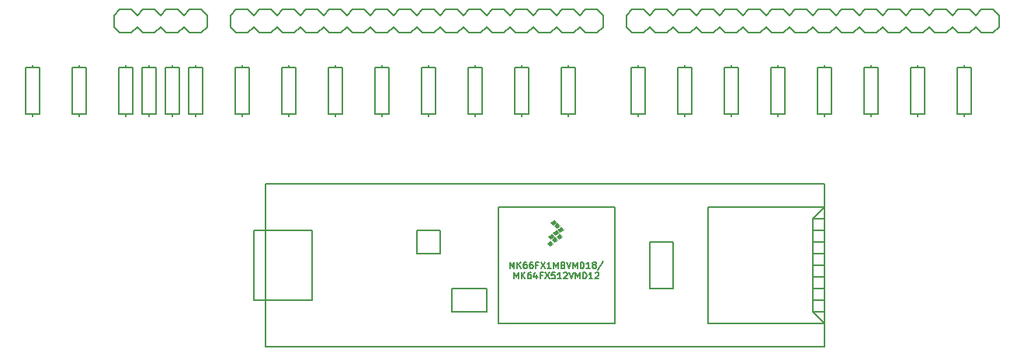
<source format=gbr>
G04 #@! TF.GenerationSoftware,KiCad,Pcbnew,(5.99.0-2302-g1dc804232)*
G04 #@! TF.CreationDate,2020-07-19T09:54:59-07:00*
G04 #@! TF.ProjectId,teensy,7465656e-7379-42e6-9b69-6361645f7063,rev?*
G04 #@! TF.SameCoordinates,Original*
G04 #@! TF.FileFunction,Legend,Top*
G04 #@! TF.FilePolarity,Positive*
%FSLAX46Y46*%
G04 Gerber Fmt 4.6, Leading zero omitted, Abs format (unit mm)*
G04 Created by KiCad (PCBNEW (5.99.0-2302-g1dc804232)) date 2020-07-19 09:54:59*
%MOMM*%
%LPD*%
G01*
G04 APERTURE LIST*
%ADD10C,0.150000*%
%ADD11C,0.203200*%
%ADD12C,0.100000*%
G04 APERTURE END LIST*
D10*
X150340000Y-118299666D02*
X150340000Y-117599666D01*
X150573333Y-118099666D01*
X150806666Y-117599666D01*
X150806666Y-118299666D01*
X151140000Y-118299666D02*
X151140000Y-117599666D01*
X151540000Y-118299666D02*
X151240000Y-117899666D01*
X151540000Y-117599666D02*
X151140000Y-117999666D01*
X152140000Y-117599666D02*
X152006666Y-117599666D01*
X151940000Y-117633000D01*
X151906666Y-117666333D01*
X151840000Y-117766333D01*
X151806666Y-117899666D01*
X151806666Y-118166333D01*
X151840000Y-118233000D01*
X151873333Y-118266333D01*
X151940000Y-118299666D01*
X152073333Y-118299666D01*
X152140000Y-118266333D01*
X152173333Y-118233000D01*
X152206666Y-118166333D01*
X152206666Y-117999666D01*
X152173333Y-117933000D01*
X152140000Y-117899666D01*
X152073333Y-117866333D01*
X151940000Y-117866333D01*
X151873333Y-117899666D01*
X151840000Y-117933000D01*
X151806666Y-117999666D01*
X152806666Y-117833000D02*
X152806666Y-118299666D01*
X152640000Y-117566333D02*
X152473333Y-118066333D01*
X152906666Y-118066333D01*
X153406666Y-117933000D02*
X153173333Y-117933000D01*
X153173333Y-118299666D02*
X153173333Y-117599666D01*
X153506666Y-117599666D01*
X153706666Y-117599666D02*
X154173333Y-118299666D01*
X154173333Y-117599666D02*
X153706666Y-118299666D01*
X154773333Y-117599666D02*
X154440000Y-117599666D01*
X154406666Y-117933000D01*
X154440000Y-117899666D01*
X154506666Y-117866333D01*
X154673333Y-117866333D01*
X154740000Y-117899666D01*
X154773333Y-117933000D01*
X154806666Y-117999666D01*
X154806666Y-118166333D01*
X154773333Y-118233000D01*
X154740000Y-118266333D01*
X154673333Y-118299666D01*
X154506666Y-118299666D01*
X154440000Y-118266333D01*
X154406666Y-118233000D01*
X155473333Y-118299666D02*
X155073333Y-118299666D01*
X155273333Y-118299666D02*
X155273333Y-117599666D01*
X155206666Y-117699666D01*
X155140000Y-117766333D01*
X155073333Y-117799666D01*
X155740000Y-117666333D02*
X155773333Y-117633000D01*
X155840000Y-117599666D01*
X156006666Y-117599666D01*
X156073333Y-117633000D01*
X156106666Y-117666333D01*
X156140000Y-117733000D01*
X156140000Y-117799666D01*
X156106666Y-117899666D01*
X155706666Y-118299666D01*
X156140000Y-118299666D01*
X156340000Y-117599666D02*
X156573333Y-118299666D01*
X156806666Y-117599666D01*
X157040000Y-118299666D02*
X157040000Y-117599666D01*
X157273333Y-118099666D01*
X157506666Y-117599666D01*
X157506666Y-118299666D01*
X157840000Y-118299666D02*
X157840000Y-117599666D01*
X158006666Y-117599666D01*
X158106666Y-117633000D01*
X158173333Y-117699666D01*
X158206666Y-117766333D01*
X158240000Y-117899666D01*
X158240000Y-117999666D01*
X158206666Y-118133000D01*
X158173333Y-118199666D01*
X158106666Y-118266333D01*
X158006666Y-118299666D01*
X157840000Y-118299666D01*
X158906666Y-118299666D02*
X158506666Y-118299666D01*
X158706666Y-118299666D02*
X158706666Y-117599666D01*
X158640000Y-117699666D01*
X158573333Y-117766333D01*
X158506666Y-117799666D01*
X159173333Y-117666333D02*
X159206666Y-117633000D01*
X159273333Y-117599666D01*
X159440000Y-117599666D01*
X159506666Y-117633000D01*
X159540000Y-117666333D01*
X159573333Y-117733000D01*
X159573333Y-117799666D01*
X159540000Y-117899666D01*
X159140000Y-118299666D01*
X159573333Y-118299666D01*
X149890000Y-117156666D02*
X149890000Y-116456666D01*
X150123333Y-116956666D01*
X150356666Y-116456666D01*
X150356666Y-117156666D01*
X150690000Y-117156666D02*
X150690000Y-116456666D01*
X151090000Y-117156666D02*
X150790000Y-116756666D01*
X151090000Y-116456666D02*
X150690000Y-116856666D01*
X151690000Y-116456666D02*
X151556666Y-116456666D01*
X151490000Y-116490000D01*
X151456666Y-116523333D01*
X151390000Y-116623333D01*
X151356666Y-116756666D01*
X151356666Y-117023333D01*
X151390000Y-117090000D01*
X151423333Y-117123333D01*
X151490000Y-117156666D01*
X151623333Y-117156666D01*
X151690000Y-117123333D01*
X151723333Y-117090000D01*
X151756666Y-117023333D01*
X151756666Y-116856666D01*
X151723333Y-116790000D01*
X151690000Y-116756666D01*
X151623333Y-116723333D01*
X151490000Y-116723333D01*
X151423333Y-116756666D01*
X151390000Y-116790000D01*
X151356666Y-116856666D01*
X152356666Y-116456666D02*
X152223333Y-116456666D01*
X152156666Y-116490000D01*
X152123333Y-116523333D01*
X152056666Y-116623333D01*
X152023333Y-116756666D01*
X152023333Y-117023333D01*
X152056666Y-117090000D01*
X152090000Y-117123333D01*
X152156666Y-117156666D01*
X152290000Y-117156666D01*
X152356666Y-117123333D01*
X152390000Y-117090000D01*
X152423333Y-117023333D01*
X152423333Y-116856666D01*
X152390000Y-116790000D01*
X152356666Y-116756666D01*
X152290000Y-116723333D01*
X152156666Y-116723333D01*
X152090000Y-116756666D01*
X152056666Y-116790000D01*
X152023333Y-116856666D01*
X152956666Y-116790000D02*
X152723333Y-116790000D01*
X152723333Y-117156666D02*
X152723333Y-116456666D01*
X153056666Y-116456666D01*
X153256666Y-116456666D02*
X153723333Y-117156666D01*
X153723333Y-116456666D02*
X153256666Y-117156666D01*
X154356666Y-117156666D02*
X153956666Y-117156666D01*
X154156666Y-117156666D02*
X154156666Y-116456666D01*
X154090000Y-116556666D01*
X154023333Y-116623333D01*
X153956666Y-116656666D01*
X154656666Y-117156666D02*
X154656666Y-116456666D01*
X154890000Y-116956666D01*
X155123333Y-116456666D01*
X155123333Y-117156666D01*
X155690000Y-116790000D02*
X155790000Y-116823333D01*
X155823333Y-116856666D01*
X155856666Y-116923333D01*
X155856666Y-117023333D01*
X155823333Y-117090000D01*
X155790000Y-117123333D01*
X155723333Y-117156666D01*
X155456666Y-117156666D01*
X155456666Y-116456666D01*
X155690000Y-116456666D01*
X155756666Y-116490000D01*
X155790000Y-116523333D01*
X155823333Y-116590000D01*
X155823333Y-116656666D01*
X155790000Y-116723333D01*
X155756666Y-116756666D01*
X155690000Y-116790000D01*
X155456666Y-116790000D01*
X156056666Y-116456666D02*
X156290000Y-117156666D01*
X156523333Y-116456666D01*
X156756666Y-117156666D02*
X156756666Y-116456666D01*
X156990000Y-116956666D01*
X157223333Y-116456666D01*
X157223333Y-117156666D01*
X157556666Y-117156666D02*
X157556666Y-116456666D01*
X157723333Y-116456666D01*
X157823333Y-116490000D01*
X157890000Y-116556666D01*
X157923333Y-116623333D01*
X157956666Y-116756666D01*
X157956666Y-116856666D01*
X157923333Y-116990000D01*
X157890000Y-117056666D01*
X157823333Y-117123333D01*
X157723333Y-117156666D01*
X157556666Y-117156666D01*
X158623333Y-117156666D02*
X158223333Y-117156666D01*
X158423333Y-117156666D02*
X158423333Y-116456666D01*
X158356666Y-116556666D01*
X158290000Y-116623333D01*
X158223333Y-116656666D01*
X159023333Y-116756666D02*
X158956666Y-116723333D01*
X158923333Y-116690000D01*
X158890000Y-116623333D01*
X158890000Y-116590000D01*
X158923333Y-116523333D01*
X158956666Y-116490000D01*
X159023333Y-116456666D01*
X159156666Y-116456666D01*
X159223333Y-116490000D01*
X159256666Y-116523333D01*
X159290000Y-116590000D01*
X159290000Y-116623333D01*
X159256666Y-116690000D01*
X159223333Y-116723333D01*
X159156666Y-116756666D01*
X159023333Y-116756666D01*
X158956666Y-116790000D01*
X158923333Y-116823333D01*
X158890000Y-116890000D01*
X158890000Y-117023333D01*
X158923333Y-117090000D01*
X158956666Y-117123333D01*
X159023333Y-117156666D01*
X159156666Y-117156666D01*
X159223333Y-117123333D01*
X159256666Y-117090000D01*
X159290000Y-117023333D01*
X159290000Y-116890000D01*
X159256666Y-116823333D01*
X159223333Y-116790000D01*
X159156666Y-116756666D01*
X160090000Y-116423333D02*
X159490000Y-117323333D01*
D11*
X107950000Y-100330000D02*
X107950000Y-100584000D01*
X107950000Y-95250000D02*
X107950000Y-94996000D01*
X107950000Y-100330000D02*
X107188000Y-100330000D01*
X108712000Y-100330000D02*
X107950000Y-100330000D01*
X108712000Y-95250000D02*
X108712000Y-100330000D01*
X107950000Y-95250000D02*
X108712000Y-95250000D01*
X107188000Y-95250000D02*
X107950000Y-95250000D01*
X107188000Y-100330000D02*
X107188000Y-95250000D01*
X110490000Y-95250000D02*
X110490000Y-94996000D01*
X110490000Y-100330000D02*
X110490000Y-100584000D01*
X110490000Y-95250000D02*
X111252000Y-95250000D01*
X109728000Y-95250000D02*
X110490000Y-95250000D01*
X109728000Y-100330000D02*
X109728000Y-95250000D01*
X110490000Y-100330000D02*
X109728000Y-100330000D01*
X111252000Y-100330000D02*
X110490000Y-100330000D01*
X111252000Y-95250000D02*
X111252000Y-100330000D01*
X115570000Y-100330000D02*
X115570000Y-100584000D01*
X115570000Y-95250000D02*
X115570000Y-94996000D01*
X115570000Y-100330000D02*
X114808000Y-100330000D01*
X116332000Y-100330000D02*
X115570000Y-100330000D01*
X116332000Y-95250000D02*
X116332000Y-100330000D01*
X115570000Y-95250000D02*
X116332000Y-95250000D01*
X114808000Y-95250000D02*
X115570000Y-95250000D01*
X114808000Y-100330000D02*
X114808000Y-95250000D01*
X113030000Y-95250000D02*
X113030000Y-94996000D01*
X113030000Y-100330000D02*
X113030000Y-100584000D01*
X113030000Y-95250000D02*
X113792000Y-95250000D01*
X112268000Y-95250000D02*
X113030000Y-95250000D01*
X112268000Y-100330000D02*
X112268000Y-95250000D01*
X113030000Y-100330000D02*
X112268000Y-100330000D01*
X113792000Y-100330000D02*
X113030000Y-100330000D01*
X113792000Y-95250000D02*
X113792000Y-100330000D01*
X116840000Y-89535000D02*
X116840000Y-90805000D01*
X108585000Y-91440000D02*
X107315000Y-91440000D01*
X106680000Y-90805000D02*
X107315000Y-91440000D01*
X107315000Y-88900000D02*
X106680000Y-89535000D01*
X106680000Y-89535000D02*
X106680000Y-90805000D01*
X109855000Y-91440000D02*
X109220000Y-90805000D01*
X111125000Y-91440000D02*
X109855000Y-91440000D01*
X111760000Y-90805000D02*
X111125000Y-91440000D01*
X111125000Y-88900000D02*
X111760000Y-89535000D01*
X109855000Y-88900000D02*
X111125000Y-88900000D01*
X109220000Y-89535000D02*
X109855000Y-88900000D01*
X109220000Y-90805000D02*
X108585000Y-91440000D01*
X108585000Y-88900000D02*
X109220000Y-89535000D01*
X107315000Y-88900000D02*
X108585000Y-88900000D01*
X116205000Y-91440000D02*
X114935000Y-91440000D01*
X114300000Y-90805000D02*
X114935000Y-91440000D01*
X114935000Y-88900000D02*
X114300000Y-89535000D01*
X112395000Y-91440000D02*
X111760000Y-90805000D01*
X113665000Y-91440000D02*
X112395000Y-91440000D01*
X114300000Y-90805000D02*
X113665000Y-91440000D01*
X113665000Y-88900000D02*
X114300000Y-89535000D01*
X112395000Y-88900000D02*
X113665000Y-88900000D01*
X111760000Y-89535000D02*
X112395000Y-88900000D01*
X116840000Y-90805000D02*
X116205000Y-91440000D01*
X116205000Y-88900000D02*
X116840000Y-89535000D01*
X114935000Y-88900000D02*
X116205000Y-88900000D01*
X102870000Y-95250000D02*
X102870000Y-94996000D01*
X102870000Y-100330000D02*
X102870000Y-100584000D01*
X102870000Y-95250000D02*
X103632000Y-95250000D01*
X102108000Y-95250000D02*
X102870000Y-95250000D01*
X102108000Y-100330000D02*
X102108000Y-95250000D01*
X102870000Y-100330000D02*
X102108000Y-100330000D01*
X103632000Y-100330000D02*
X102870000Y-100330000D01*
X103632000Y-95250000D02*
X103632000Y-100330000D01*
X97790000Y-100330000D02*
X97790000Y-100584000D01*
X97790000Y-95250000D02*
X97790000Y-94996000D01*
X97790000Y-100330000D02*
X97028000Y-100330000D01*
X98552000Y-100330000D02*
X97790000Y-100330000D01*
X98552000Y-95250000D02*
X98552000Y-100330000D01*
X97790000Y-95250000D02*
X98552000Y-95250000D01*
X97028000Y-95250000D02*
X97790000Y-95250000D01*
X97028000Y-100330000D02*
X97028000Y-95250000D01*
X156210000Y-95250000D02*
X156210000Y-94996000D01*
X156210000Y-100330000D02*
X156210000Y-100584000D01*
X156210000Y-95250000D02*
X156972000Y-95250000D01*
X155448000Y-95250000D02*
X156210000Y-95250000D01*
X155448000Y-100330000D02*
X155448000Y-95250000D01*
X156210000Y-100330000D02*
X155448000Y-100330000D01*
X156972000Y-100330000D02*
X156210000Y-100330000D01*
X156972000Y-95250000D02*
X156972000Y-100330000D01*
X146050000Y-95250000D02*
X146050000Y-94996000D01*
X146050000Y-100330000D02*
X146050000Y-100584000D01*
X146050000Y-95250000D02*
X146812000Y-95250000D01*
X145288000Y-95250000D02*
X146050000Y-95250000D01*
X145288000Y-100330000D02*
X145288000Y-95250000D01*
X146050000Y-100330000D02*
X145288000Y-100330000D01*
X146812000Y-100330000D02*
X146050000Y-100330000D01*
X146812000Y-95250000D02*
X146812000Y-100330000D01*
X135890000Y-95250000D02*
X135890000Y-94996000D01*
X135890000Y-100330000D02*
X135890000Y-100584000D01*
X135890000Y-95250000D02*
X136652000Y-95250000D01*
X135128000Y-95250000D02*
X135890000Y-95250000D01*
X135128000Y-100330000D02*
X135128000Y-95250000D01*
X135890000Y-100330000D02*
X135128000Y-100330000D01*
X136652000Y-100330000D02*
X135890000Y-100330000D01*
X136652000Y-95250000D02*
X136652000Y-100330000D01*
X125730000Y-95250000D02*
X125730000Y-94996000D01*
X125730000Y-100330000D02*
X125730000Y-100584000D01*
X125730000Y-95250000D02*
X126492000Y-95250000D01*
X124968000Y-95250000D02*
X125730000Y-95250000D01*
X124968000Y-100330000D02*
X124968000Y-95250000D01*
X125730000Y-100330000D02*
X124968000Y-100330000D01*
X126492000Y-100330000D02*
X125730000Y-100330000D01*
X126492000Y-95250000D02*
X126492000Y-100330000D01*
X199390000Y-95250000D02*
X199390000Y-94996000D01*
X199390000Y-100330000D02*
X199390000Y-100584000D01*
X199390000Y-95250000D02*
X200152000Y-95250000D01*
X198628000Y-95250000D02*
X199390000Y-95250000D01*
X198628000Y-100330000D02*
X198628000Y-95250000D01*
X199390000Y-100330000D02*
X198628000Y-100330000D01*
X200152000Y-100330000D02*
X199390000Y-100330000D01*
X200152000Y-95250000D02*
X200152000Y-100330000D01*
X189230000Y-95250000D02*
X189230000Y-94996000D01*
X189230000Y-100330000D02*
X189230000Y-100584000D01*
X189230000Y-95250000D02*
X189992000Y-95250000D01*
X188468000Y-95250000D02*
X189230000Y-95250000D01*
X188468000Y-100330000D02*
X188468000Y-95250000D01*
X189230000Y-100330000D02*
X188468000Y-100330000D01*
X189992000Y-100330000D02*
X189230000Y-100330000D01*
X189992000Y-95250000D02*
X189992000Y-100330000D01*
X179070000Y-95250000D02*
X179070000Y-94996000D01*
X179070000Y-100330000D02*
X179070000Y-100584000D01*
X179070000Y-95250000D02*
X179832000Y-95250000D01*
X178308000Y-95250000D02*
X179070000Y-95250000D01*
X178308000Y-100330000D02*
X178308000Y-95250000D01*
X179070000Y-100330000D02*
X178308000Y-100330000D01*
X179832000Y-100330000D02*
X179070000Y-100330000D01*
X179832000Y-95250000D02*
X179832000Y-100330000D01*
X168910000Y-95250000D02*
X168910000Y-94996000D01*
X168910000Y-100330000D02*
X168910000Y-100584000D01*
X168910000Y-95250000D02*
X169672000Y-95250000D01*
X168148000Y-95250000D02*
X168910000Y-95250000D01*
X168148000Y-100330000D02*
X168148000Y-95250000D01*
X168910000Y-100330000D02*
X168148000Y-100330000D01*
X169672000Y-100330000D02*
X168910000Y-100330000D01*
X169672000Y-95250000D02*
X169672000Y-100330000D01*
X151130000Y-95250000D02*
X151130000Y-94996000D01*
X151130000Y-100330000D02*
X151130000Y-100584000D01*
X151130000Y-95250000D02*
X151892000Y-95250000D01*
X150368000Y-95250000D02*
X151130000Y-95250000D01*
X150368000Y-100330000D02*
X150368000Y-95250000D01*
X151130000Y-100330000D02*
X150368000Y-100330000D01*
X151892000Y-100330000D02*
X151130000Y-100330000D01*
X151892000Y-95250000D02*
X151892000Y-100330000D01*
X140970000Y-95250000D02*
X140970000Y-94996000D01*
X140970000Y-100330000D02*
X140970000Y-100584000D01*
X140970000Y-95250000D02*
X141732000Y-95250000D01*
X140208000Y-95250000D02*
X140970000Y-95250000D01*
X140208000Y-100330000D02*
X140208000Y-95250000D01*
X140970000Y-100330000D02*
X140208000Y-100330000D01*
X141732000Y-100330000D02*
X140970000Y-100330000D01*
X141732000Y-95250000D02*
X141732000Y-100330000D01*
X130810000Y-95250000D02*
X130810000Y-94996000D01*
X130810000Y-100330000D02*
X130810000Y-100584000D01*
X130810000Y-95250000D02*
X131572000Y-95250000D01*
X130048000Y-95250000D02*
X130810000Y-95250000D01*
X130048000Y-100330000D02*
X130048000Y-95250000D01*
X130810000Y-100330000D02*
X130048000Y-100330000D01*
X131572000Y-100330000D02*
X130810000Y-100330000D01*
X131572000Y-95250000D02*
X131572000Y-100330000D01*
X120650000Y-95250000D02*
X120650000Y-94996000D01*
X120650000Y-100330000D02*
X120650000Y-100584000D01*
X120650000Y-95250000D02*
X121412000Y-95250000D01*
X119888000Y-95250000D02*
X120650000Y-95250000D01*
X119888000Y-100330000D02*
X119888000Y-95250000D01*
X120650000Y-100330000D02*
X119888000Y-100330000D01*
X121412000Y-100330000D02*
X120650000Y-100330000D01*
X121412000Y-95250000D02*
X121412000Y-100330000D01*
X194310000Y-95250000D02*
X194310000Y-94996000D01*
X194310000Y-100330000D02*
X194310000Y-100584000D01*
X194310000Y-95250000D02*
X195072000Y-95250000D01*
X193548000Y-95250000D02*
X194310000Y-95250000D01*
X193548000Y-100330000D02*
X193548000Y-95250000D01*
X194310000Y-100330000D02*
X193548000Y-100330000D01*
X195072000Y-100330000D02*
X194310000Y-100330000D01*
X195072000Y-95250000D02*
X195072000Y-100330000D01*
X184150000Y-95250000D02*
X184150000Y-94996000D01*
X184150000Y-100330000D02*
X184150000Y-100584000D01*
X184150000Y-95250000D02*
X184912000Y-95250000D01*
X183388000Y-95250000D02*
X184150000Y-95250000D01*
X183388000Y-100330000D02*
X183388000Y-95250000D01*
X184150000Y-100330000D02*
X183388000Y-100330000D01*
X184912000Y-100330000D02*
X184150000Y-100330000D01*
X184912000Y-95250000D02*
X184912000Y-100330000D01*
X173990000Y-95250000D02*
X173990000Y-94996000D01*
X173990000Y-100330000D02*
X173990000Y-100584000D01*
X173990000Y-95250000D02*
X174752000Y-95250000D01*
X173228000Y-95250000D02*
X173990000Y-95250000D01*
X173228000Y-100330000D02*
X173228000Y-95250000D01*
X173990000Y-100330000D02*
X173228000Y-100330000D01*
X174752000Y-100330000D02*
X173990000Y-100330000D01*
X174752000Y-95250000D02*
X174752000Y-100330000D01*
X121920000Y-89535000D02*
X121285000Y-88900000D01*
X120015000Y-88900000D02*
X121285000Y-88900000D01*
X119380000Y-89535000D02*
X120015000Y-88900000D01*
X119380000Y-90805000D02*
X119380000Y-89535000D01*
X120015000Y-91440000D02*
X119380000Y-90805000D01*
X121285000Y-91440000D02*
X120015000Y-91440000D01*
X121285000Y-91440000D02*
X121920000Y-90805000D01*
X124460000Y-89535000D02*
X123825000Y-88900000D01*
X122555000Y-88900000D02*
X123825000Y-88900000D01*
X121920000Y-89535000D02*
X122555000Y-88900000D01*
X122555000Y-91440000D02*
X121920000Y-90805000D01*
X123825000Y-91440000D02*
X122555000Y-91440000D01*
X123825000Y-91440000D02*
X124460000Y-90805000D01*
X140335000Y-88900000D02*
X141605000Y-88900000D01*
X142240000Y-89535000D02*
X141605000Y-88900000D01*
X141605000Y-91440000D02*
X142240000Y-90805000D01*
X139065000Y-88900000D02*
X139700000Y-89535000D01*
X137795000Y-88900000D02*
X139065000Y-88900000D01*
X137160000Y-89535000D02*
X137795000Y-88900000D01*
X137795000Y-91440000D02*
X137160000Y-90805000D01*
X139065000Y-91440000D02*
X137795000Y-91440000D01*
X139700000Y-90805000D02*
X139065000Y-91440000D01*
X139700000Y-89535000D02*
X140335000Y-88900000D01*
X140335000Y-91440000D02*
X139700000Y-90805000D01*
X141605000Y-91440000D02*
X140335000Y-91440000D01*
X132715000Y-88900000D02*
X133985000Y-88900000D01*
X134620000Y-89535000D02*
X133985000Y-88900000D01*
X133985000Y-91440000D02*
X134620000Y-90805000D01*
X136525000Y-88900000D02*
X137160000Y-89535000D01*
X135255000Y-88900000D02*
X136525000Y-88900000D01*
X134620000Y-89535000D02*
X135255000Y-88900000D01*
X135255000Y-91440000D02*
X134620000Y-90805000D01*
X136525000Y-91440000D02*
X135255000Y-91440000D01*
X137160000Y-90805000D02*
X136525000Y-91440000D01*
X131445000Y-88900000D02*
X132080000Y-89535000D01*
X130175000Y-88900000D02*
X131445000Y-88900000D01*
X129540000Y-89535000D02*
X130175000Y-88900000D01*
X130175000Y-91440000D02*
X129540000Y-90805000D01*
X131445000Y-91440000D02*
X130175000Y-91440000D01*
X132080000Y-90805000D02*
X131445000Y-91440000D01*
X132080000Y-89535000D02*
X132715000Y-88900000D01*
X132715000Y-91440000D02*
X132080000Y-90805000D01*
X133985000Y-91440000D02*
X132715000Y-91440000D01*
X125095000Y-88900000D02*
X126365000Y-88900000D01*
X127000000Y-89535000D02*
X126365000Y-88900000D01*
X126365000Y-91440000D02*
X127000000Y-90805000D01*
X128905000Y-88900000D02*
X129540000Y-89535000D01*
X127635000Y-88900000D02*
X128905000Y-88900000D01*
X127000000Y-89535000D02*
X127635000Y-88900000D01*
X127635000Y-91440000D02*
X127000000Y-90805000D01*
X128905000Y-91440000D02*
X127635000Y-91440000D01*
X129540000Y-90805000D02*
X128905000Y-91440000D01*
X124460000Y-89535000D02*
X125095000Y-88900000D01*
X125095000Y-91440000D02*
X124460000Y-90805000D01*
X126365000Y-91440000D02*
X125095000Y-91440000D01*
X158115000Y-88900000D02*
X159385000Y-88900000D01*
X160020000Y-89535000D02*
X159385000Y-88900000D01*
X159385000Y-91440000D02*
X160020000Y-90805000D01*
X160020000Y-90805000D02*
X160020000Y-89535000D01*
X156845000Y-88900000D02*
X157480000Y-89535000D01*
X155575000Y-88900000D02*
X156845000Y-88900000D01*
X154940000Y-89535000D02*
X155575000Y-88900000D01*
X155575000Y-91440000D02*
X154940000Y-90805000D01*
X156845000Y-91440000D02*
X155575000Y-91440000D01*
X157480000Y-90805000D02*
X156845000Y-91440000D01*
X157480000Y-89535000D02*
X158115000Y-88900000D01*
X158115000Y-91440000D02*
X157480000Y-90805000D01*
X159385000Y-91440000D02*
X158115000Y-91440000D01*
X150495000Y-88900000D02*
X151765000Y-88900000D01*
X152400000Y-89535000D02*
X151765000Y-88900000D01*
X151765000Y-91440000D02*
X152400000Y-90805000D01*
X154305000Y-88900000D02*
X154940000Y-89535000D01*
X153035000Y-88900000D02*
X154305000Y-88900000D01*
X152400000Y-89535000D02*
X153035000Y-88900000D01*
X153035000Y-91440000D02*
X152400000Y-90805000D01*
X154305000Y-91440000D02*
X153035000Y-91440000D01*
X154940000Y-90805000D02*
X154305000Y-91440000D01*
X149225000Y-88900000D02*
X149860000Y-89535000D01*
X147955000Y-88900000D02*
X149225000Y-88900000D01*
X147320000Y-89535000D02*
X147955000Y-88900000D01*
X147955000Y-91440000D02*
X147320000Y-90805000D01*
X149225000Y-91440000D02*
X147955000Y-91440000D01*
X149860000Y-90805000D02*
X149225000Y-91440000D01*
X149860000Y-89535000D02*
X150495000Y-88900000D01*
X150495000Y-91440000D02*
X149860000Y-90805000D01*
X151765000Y-91440000D02*
X150495000Y-91440000D01*
X142875000Y-88900000D02*
X144145000Y-88900000D01*
X144780000Y-89535000D02*
X144145000Y-88900000D01*
X144145000Y-91440000D02*
X144780000Y-90805000D01*
X146685000Y-88900000D02*
X147320000Y-89535000D01*
X145415000Y-88900000D02*
X146685000Y-88900000D01*
X144780000Y-89535000D02*
X145415000Y-88900000D01*
X145415000Y-91440000D02*
X144780000Y-90805000D01*
X146685000Y-91440000D02*
X145415000Y-91440000D01*
X147320000Y-90805000D02*
X146685000Y-91440000D01*
X142240000Y-89535000D02*
X142875000Y-88900000D01*
X142875000Y-91440000D02*
X142240000Y-90805000D01*
X144145000Y-91440000D02*
X142875000Y-91440000D01*
X119380000Y-90805000D02*
X119380000Y-89535000D01*
X160020000Y-90805000D02*
X160020000Y-89535000D01*
X163830000Y-95250000D02*
X163830000Y-94996000D01*
X163830000Y-100330000D02*
X163830000Y-100584000D01*
X163830000Y-95250000D02*
X164592000Y-95250000D01*
X163068000Y-95250000D02*
X163830000Y-95250000D01*
X163068000Y-100330000D02*
X163068000Y-95250000D01*
X163830000Y-100330000D02*
X163068000Y-100330000D01*
X164592000Y-100330000D02*
X163830000Y-100330000D01*
X164592000Y-95250000D02*
X164592000Y-100330000D01*
X165100000Y-89535000D02*
X164465000Y-88900000D01*
X163195000Y-88900000D02*
X164465000Y-88900000D01*
X162560000Y-89535000D02*
X163195000Y-88900000D01*
X162560000Y-90805000D02*
X162560000Y-89535000D01*
X163195000Y-91440000D02*
X162560000Y-90805000D01*
X164465000Y-91440000D02*
X163195000Y-91440000D01*
X164465000Y-91440000D02*
X165100000Y-90805000D01*
X167640000Y-89535000D02*
X167005000Y-88900000D01*
X165735000Y-88900000D02*
X167005000Y-88900000D01*
X165100000Y-89535000D02*
X165735000Y-88900000D01*
X165735000Y-91440000D02*
X165100000Y-90805000D01*
X167005000Y-91440000D02*
X165735000Y-91440000D01*
X167005000Y-91440000D02*
X167640000Y-90805000D01*
X183515000Y-88900000D02*
X184785000Y-88900000D01*
X185420000Y-89535000D02*
X184785000Y-88900000D01*
X184785000Y-91440000D02*
X185420000Y-90805000D01*
X182245000Y-88900000D02*
X182880000Y-89535000D01*
X180975000Y-88900000D02*
X182245000Y-88900000D01*
X180340000Y-89535000D02*
X180975000Y-88900000D01*
X180975000Y-91440000D02*
X180340000Y-90805000D01*
X182245000Y-91440000D02*
X180975000Y-91440000D01*
X182880000Y-90805000D02*
X182245000Y-91440000D01*
X182880000Y-89535000D02*
X183515000Y-88900000D01*
X183515000Y-91440000D02*
X182880000Y-90805000D01*
X184785000Y-91440000D02*
X183515000Y-91440000D01*
X175895000Y-88900000D02*
X177165000Y-88900000D01*
X177800000Y-89535000D02*
X177165000Y-88900000D01*
X177165000Y-91440000D02*
X177800000Y-90805000D01*
X179705000Y-88900000D02*
X180340000Y-89535000D01*
X178435000Y-88900000D02*
X179705000Y-88900000D01*
X177800000Y-89535000D02*
X178435000Y-88900000D01*
X178435000Y-91440000D02*
X177800000Y-90805000D01*
X179705000Y-91440000D02*
X178435000Y-91440000D01*
X180340000Y-90805000D02*
X179705000Y-91440000D01*
X174625000Y-88900000D02*
X175260000Y-89535000D01*
X173355000Y-88900000D02*
X174625000Y-88900000D01*
X172720000Y-89535000D02*
X173355000Y-88900000D01*
X173355000Y-91440000D02*
X172720000Y-90805000D01*
X174625000Y-91440000D02*
X173355000Y-91440000D01*
X175260000Y-90805000D02*
X174625000Y-91440000D01*
X175260000Y-89535000D02*
X175895000Y-88900000D01*
X175895000Y-91440000D02*
X175260000Y-90805000D01*
X177165000Y-91440000D02*
X175895000Y-91440000D01*
X168275000Y-88900000D02*
X169545000Y-88900000D01*
X170180000Y-89535000D02*
X169545000Y-88900000D01*
X169545000Y-91440000D02*
X170180000Y-90805000D01*
X172085000Y-88900000D02*
X172720000Y-89535000D01*
X170815000Y-88900000D02*
X172085000Y-88900000D01*
X170180000Y-89535000D02*
X170815000Y-88900000D01*
X170815000Y-91440000D02*
X170180000Y-90805000D01*
X172085000Y-91440000D02*
X170815000Y-91440000D01*
X172720000Y-90805000D02*
X172085000Y-91440000D01*
X167640000Y-89535000D02*
X168275000Y-88900000D01*
X168275000Y-91440000D02*
X167640000Y-90805000D01*
X169545000Y-91440000D02*
X168275000Y-91440000D01*
X201295000Y-88900000D02*
X202565000Y-88900000D01*
X203200000Y-89535000D02*
X202565000Y-88900000D01*
X202565000Y-91440000D02*
X203200000Y-90805000D01*
X203200000Y-90805000D02*
X203200000Y-89535000D01*
X200025000Y-88900000D02*
X200660000Y-89535000D01*
X198755000Y-88900000D02*
X200025000Y-88900000D01*
X198120000Y-89535000D02*
X198755000Y-88900000D01*
X198755000Y-91440000D02*
X198120000Y-90805000D01*
X200025000Y-91440000D02*
X198755000Y-91440000D01*
X200660000Y-90805000D02*
X200025000Y-91440000D01*
X200660000Y-89535000D02*
X201295000Y-88900000D01*
X201295000Y-91440000D02*
X200660000Y-90805000D01*
X202565000Y-91440000D02*
X201295000Y-91440000D01*
X193675000Y-88900000D02*
X194945000Y-88900000D01*
X195580000Y-89535000D02*
X194945000Y-88900000D01*
X194945000Y-91440000D02*
X195580000Y-90805000D01*
X197485000Y-88900000D02*
X198120000Y-89535000D01*
X196215000Y-88900000D02*
X197485000Y-88900000D01*
X195580000Y-89535000D02*
X196215000Y-88900000D01*
X196215000Y-91440000D02*
X195580000Y-90805000D01*
X197485000Y-91440000D02*
X196215000Y-91440000D01*
X198120000Y-90805000D02*
X197485000Y-91440000D01*
X192405000Y-88900000D02*
X193040000Y-89535000D01*
X191135000Y-88900000D02*
X192405000Y-88900000D01*
X190500000Y-89535000D02*
X191135000Y-88900000D01*
X191135000Y-91440000D02*
X190500000Y-90805000D01*
X192405000Y-91440000D02*
X191135000Y-91440000D01*
X193040000Y-90805000D02*
X192405000Y-91440000D01*
X193040000Y-89535000D02*
X193675000Y-88900000D01*
X193675000Y-91440000D02*
X193040000Y-90805000D01*
X194945000Y-91440000D02*
X193675000Y-91440000D01*
X186055000Y-88900000D02*
X187325000Y-88900000D01*
X187960000Y-89535000D02*
X187325000Y-88900000D01*
X187325000Y-91440000D02*
X187960000Y-90805000D01*
X189865000Y-88900000D02*
X190500000Y-89535000D01*
X188595000Y-88900000D02*
X189865000Y-88900000D01*
X187960000Y-89535000D02*
X188595000Y-88900000D01*
X188595000Y-91440000D02*
X187960000Y-90805000D01*
X189865000Y-91440000D02*
X188595000Y-91440000D01*
X190500000Y-90805000D02*
X189865000Y-91440000D01*
X185420000Y-89535000D02*
X186055000Y-88900000D01*
X186055000Y-91440000D02*
X185420000Y-90805000D01*
X187325000Y-91440000D02*
X186055000Y-91440000D01*
X162560000Y-90805000D02*
X162560000Y-89535000D01*
X203200000Y-90805000D02*
X203200000Y-89535000D01*
D10*
X139700000Y-113030000D02*
X139700000Y-115570000D01*
X139700000Y-115570000D02*
X142240000Y-115570000D01*
X142240000Y-115570000D02*
X142240000Y-113030000D01*
X142240000Y-113030000D02*
X139700000Y-113030000D01*
X147320000Y-121920000D02*
X143510000Y-121920000D01*
X143510000Y-121920000D02*
X143510000Y-119380000D01*
X143510000Y-119380000D02*
X147320000Y-119380000D01*
X147320000Y-119380000D02*
X147320000Y-121920000D01*
X161290000Y-123190000D02*
X161290000Y-110490000D01*
X148590000Y-110490000D02*
X148590000Y-123190000D01*
X148590000Y-123190000D02*
X161290000Y-123190000D01*
X148590000Y-110490000D02*
X161290000Y-110490000D01*
X182880000Y-121920000D02*
X184150000Y-121920000D01*
X182880000Y-120650000D02*
X184150000Y-120650000D01*
X182880000Y-119380000D02*
X184150000Y-119380000D01*
X182880000Y-118110000D02*
X184150000Y-118110000D01*
X182880000Y-116840000D02*
X184150000Y-116840000D01*
X182880000Y-115570000D02*
X184150000Y-115570000D01*
X182880000Y-114300000D02*
X184150000Y-114300000D01*
X182880000Y-113030000D02*
X184150000Y-113030000D01*
X182880000Y-111760000D02*
X184150000Y-111760000D01*
X184150000Y-123190000D02*
X182880000Y-121920000D01*
X182880000Y-121920000D02*
X182880000Y-111760000D01*
X182880000Y-111760000D02*
X184150000Y-110490000D01*
X184150000Y-110490000D02*
X171450000Y-110490000D01*
X171450000Y-110490000D02*
X171450000Y-123190000D01*
X171450000Y-123190000D02*
X184150000Y-123190000D01*
X184150000Y-107950000D02*
X123190000Y-107950000D01*
X123190000Y-125730000D02*
X184150000Y-125730000D01*
X123190000Y-120650000D02*
X121920000Y-120650000D01*
X121920000Y-120650000D02*
X121920000Y-113030000D01*
X121920000Y-113030000D02*
X123190000Y-113030000D01*
X128270000Y-120650000D02*
X128270000Y-113030000D01*
X128270000Y-113030000D02*
X123190000Y-113030000D01*
X128270000Y-120650000D02*
X123190000Y-120650000D01*
X167640000Y-114300000D02*
X167640000Y-119380000D01*
X167640000Y-119380000D02*
X165100000Y-119380000D01*
X165100000Y-119380000D02*
X165100000Y-114300000D01*
X165100000Y-114300000D02*
X167640000Y-114300000D01*
X184150000Y-107950000D02*
X184150000Y-125730000D01*
X123190000Y-125730000D02*
X123190000Y-107950000D01*
G36*
X154940000Y-112141000D02*
G01*
X154559000Y-112395000D01*
X154305000Y-112141000D01*
X154686000Y-111887000D01*
X154940000Y-112141000D01*
G37*
D12*
X154940000Y-112141000D02*
X154559000Y-112395000D01*
X154305000Y-112141000D01*
X154686000Y-111887000D01*
X154940000Y-112141000D01*
G36*
X154686000Y-113665000D02*
G01*
X154305000Y-113919000D01*
X154051000Y-113665000D01*
X154432000Y-113411000D01*
X154686000Y-113665000D01*
G37*
X154686000Y-113665000D02*
X154305000Y-113919000D01*
X154051000Y-113665000D01*
X154432000Y-113411000D01*
X154686000Y-113665000D01*
G36*
X154559000Y-114427000D02*
G01*
X154178000Y-114681000D01*
X153924000Y-114427000D01*
X154305000Y-114173000D01*
X154559000Y-114427000D01*
G37*
X154559000Y-114427000D02*
X154178000Y-114681000D01*
X153924000Y-114427000D01*
X154305000Y-114173000D01*
X154559000Y-114427000D01*
G36*
X155702000Y-112903000D02*
G01*
X155321000Y-113157000D01*
X155067000Y-112903000D01*
X155448000Y-112649000D01*
X155702000Y-112903000D01*
G37*
X155702000Y-112903000D02*
X155321000Y-113157000D01*
X155067000Y-112903000D01*
X155448000Y-112649000D01*
X155702000Y-112903000D01*
G36*
X155067000Y-114046000D02*
G01*
X154686000Y-114300000D01*
X154432000Y-114046000D01*
X154813000Y-113792000D01*
X155067000Y-114046000D01*
G37*
X155067000Y-114046000D02*
X154686000Y-114300000D01*
X154432000Y-114046000D01*
X154813000Y-113792000D01*
X155067000Y-114046000D01*
G36*
X155575000Y-113665000D02*
G01*
X155194000Y-113919000D01*
X154940000Y-113665000D01*
X155321000Y-113411000D01*
X155575000Y-113665000D01*
G37*
X155575000Y-113665000D02*
X155194000Y-113919000D01*
X154940000Y-113665000D01*
X155321000Y-113411000D01*
X155575000Y-113665000D01*
G36*
X155321000Y-112522000D02*
G01*
X154940000Y-112776000D01*
X154686000Y-112522000D01*
X155067000Y-112268000D01*
X155321000Y-112522000D01*
G37*
X155321000Y-112522000D02*
X154940000Y-112776000D01*
X154686000Y-112522000D01*
X155067000Y-112268000D01*
X155321000Y-112522000D01*
G36*
X155194000Y-113284000D02*
G01*
X154813000Y-113538000D01*
X154559000Y-113284000D01*
X154940000Y-113030000D01*
X155194000Y-113284000D01*
G37*
X155194000Y-113284000D02*
X154813000Y-113538000D01*
X154559000Y-113284000D01*
X154940000Y-113030000D01*
X155194000Y-113284000D01*
M02*

</source>
